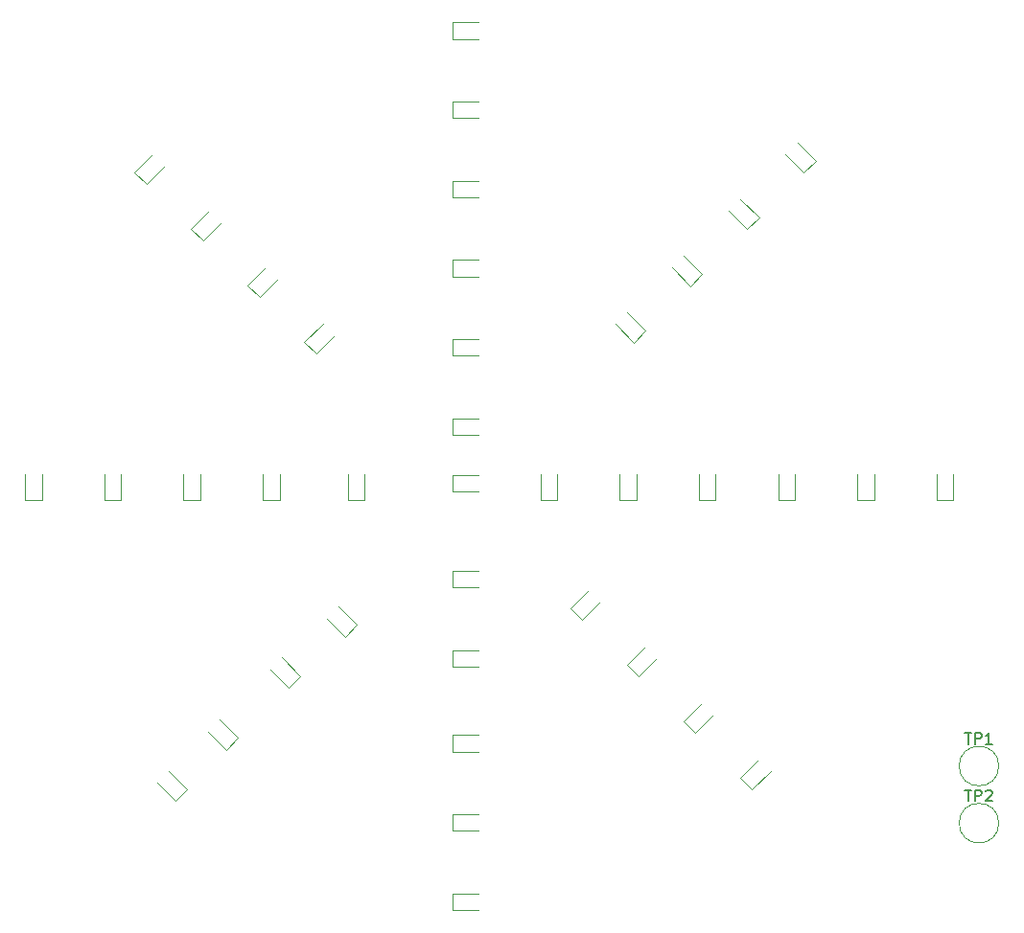
<source format=gto>
G04 #@! TF.GenerationSoftware,KiCad,Pcbnew,9.0.2-9.0.2-0~ubuntu24.04.1*
G04 #@! TF.CreationDate,2025-06-21T09:29:29-07:00*
G04 #@! TF.ProjectId,2025-flex-spiral,32303235-2d66-46c6-9578-2d7370697261,rev?*
G04 #@! TF.SameCoordinates,Original*
G04 #@! TF.FileFunction,Legend,Top*
G04 #@! TF.FilePolarity,Positive*
%FSLAX46Y46*%
G04 Gerber Fmt 4.6, Leading zero omitted, Abs format (unit mm)*
G04 Created by KiCad (PCBNEW 9.0.2-9.0.2-0~ubuntu24.04.1) date 2025-06-21 09:29:29*
%MOMM*%
%LPD*%
G01*
G04 APERTURE LIST*
%ADD10C,0.150000*%
%ADD11C,0.120000*%
G04 APERTURE END LIST*
D10*
X143738095Y-127106819D02*
X144309523Y-127106819D01*
X144023809Y-128106819D02*
X144023809Y-127106819D01*
X144642857Y-128106819D02*
X144642857Y-127106819D01*
X144642857Y-127106819D02*
X145023809Y-127106819D01*
X145023809Y-127106819D02*
X145119047Y-127154438D01*
X145119047Y-127154438D02*
X145166666Y-127202057D01*
X145166666Y-127202057D02*
X145214285Y-127297295D01*
X145214285Y-127297295D02*
X145214285Y-127440152D01*
X145214285Y-127440152D02*
X145166666Y-127535390D01*
X145166666Y-127535390D02*
X145119047Y-127583009D01*
X145119047Y-127583009D02*
X145023809Y-127630628D01*
X145023809Y-127630628D02*
X144642857Y-127630628D01*
X145595238Y-127202057D02*
X145642857Y-127154438D01*
X145642857Y-127154438D02*
X145738095Y-127106819D01*
X145738095Y-127106819D02*
X145976190Y-127106819D01*
X145976190Y-127106819D02*
X146071428Y-127154438D01*
X146071428Y-127154438D02*
X146119047Y-127202057D01*
X146119047Y-127202057D02*
X146166666Y-127297295D01*
X146166666Y-127297295D02*
X146166666Y-127392533D01*
X146166666Y-127392533D02*
X146119047Y-127535390D01*
X146119047Y-127535390D02*
X145547619Y-128106819D01*
X145547619Y-128106819D02*
X146166666Y-128106819D01*
X143738095Y-122056819D02*
X144309523Y-122056819D01*
X144023809Y-123056819D02*
X144023809Y-122056819D01*
X144642857Y-123056819D02*
X144642857Y-122056819D01*
X144642857Y-122056819D02*
X145023809Y-122056819D01*
X145023809Y-122056819D02*
X145119047Y-122104438D01*
X145119047Y-122104438D02*
X145166666Y-122152057D01*
X145166666Y-122152057D02*
X145214285Y-122247295D01*
X145214285Y-122247295D02*
X145214285Y-122390152D01*
X145214285Y-122390152D02*
X145166666Y-122485390D01*
X145166666Y-122485390D02*
X145119047Y-122533009D01*
X145119047Y-122533009D02*
X145023809Y-122580628D01*
X145023809Y-122580628D02*
X144642857Y-122580628D01*
X146166666Y-123056819D02*
X145595238Y-123056819D01*
X145880952Y-123056819D02*
X145880952Y-122056819D01*
X145880952Y-122056819D02*
X145785714Y-122199676D01*
X145785714Y-122199676D02*
X145690476Y-122294914D01*
X145690476Y-122294914D02*
X145595238Y-122342533D01*
D11*
G04 #@! TO.C,D17*
X98515000Y-122265000D02*
X98515000Y-123735000D01*
X98515000Y-123735000D02*
X100800000Y-123735000D01*
X100800000Y-122265000D02*
X98515000Y-122265000D01*
G04 #@! TO.C,D20*
X80430223Y-82530330D02*
X81469670Y-83569777D01*
X81469670Y-83569777D02*
X83085409Y-81954038D01*
X82045962Y-80914591D02*
X80430223Y-82530330D01*
G04 #@! TO.C,TP2*
X146750000Y-130050000D02*
G75*
G02*
X143250000Y-130050000I-1750000J0D01*
G01*
X143250000Y-130050000D02*
G75*
G02*
X146750000Y-130050000I1750000J0D01*
G01*
G04 #@! TO.C,D33*
X98515000Y-136265000D02*
X98515000Y-137735000D01*
X98515000Y-137735000D02*
X100800000Y-137735000D01*
X100800000Y-136265000D02*
X98515000Y-136265000D01*
G04 #@! TO.C,D9*
X98515000Y-114765000D02*
X98515000Y-116235000D01*
X98515000Y-116235000D02*
X100800000Y-116235000D01*
X100800000Y-114765000D02*
X98515000Y-114765000D01*
G04 #@! TO.C,D34*
X72414591Y-126454038D02*
X74030330Y-128069777D01*
X74030330Y-128069777D02*
X75069777Y-127030330D01*
X75069777Y-127030330D02*
X73454038Y-125414591D01*
G04 #@! TO.C,D4*
X98515000Y-107765000D02*
X98515000Y-109235000D01*
X98515000Y-109235000D02*
X100800000Y-109235000D01*
X100800000Y-107765000D02*
X98515000Y-107765000D01*
G04 #@! TO.C,D27*
X67765000Y-99200000D02*
X67765000Y-101485000D01*
X67765000Y-101485000D02*
X69235000Y-101485000D01*
X69235000Y-101485000D02*
X69235000Y-99200000D01*
G04 #@! TO.C,D28*
X75430223Y-77530330D02*
X76469670Y-78569777D01*
X76469670Y-78569777D02*
X78085409Y-76954038D01*
X77045962Y-75914591D02*
X75430223Y-77530330D01*
G04 #@! TO.C,D24*
X118930223Y-121030330D02*
X119969670Y-122069777D01*
X119969670Y-122069777D02*
X121585409Y-120454038D01*
X120545962Y-119414591D02*
X118930223Y-121030330D01*
G04 #@! TO.C,D31*
X134265000Y-99200000D02*
X134265000Y-101485000D01*
X134265000Y-101485000D02*
X135735000Y-101485000D01*
X135735000Y-101485000D02*
X135735000Y-99200000D01*
G04 #@! TO.C,D13*
X98515000Y-80265000D02*
X98515000Y-81735000D01*
X98515000Y-81735000D02*
X100800000Y-81735000D01*
X100800000Y-80265000D02*
X98515000Y-80265000D01*
G04 #@! TO.C,D21*
X98515000Y-73265000D02*
X98515000Y-74735000D01*
X98515000Y-74735000D02*
X100800000Y-74735000D01*
X100800000Y-73265000D02*
X98515000Y-73265000D01*
G04 #@! TO.C,D15*
X120265000Y-99200000D02*
X120265000Y-101485000D01*
X120265000Y-101485000D02*
X121735000Y-101485000D01*
X121735000Y-101485000D02*
X121735000Y-99200000D01*
G04 #@! TO.C,D16*
X113930223Y-116030330D02*
X114969670Y-117069777D01*
X114969670Y-117069777D02*
X116585409Y-115454038D01*
X115545962Y-114414591D02*
X113930223Y-116030330D01*
G04 #@! TO.C,D35*
X60765000Y-99200000D02*
X60765000Y-101485000D01*
X60765000Y-101485000D02*
X62235000Y-101485000D01*
X62235000Y-101485000D02*
X62235000Y-99200000D01*
G04 #@! TO.C,D37*
X98515000Y-59265000D02*
X98515000Y-60735000D01*
X98515000Y-60735000D02*
X100800000Y-60735000D01*
X100800000Y-59265000D02*
X98515000Y-59265000D01*
G04 #@! TO.C,D11*
X81765000Y-99200000D02*
X81765000Y-101485000D01*
X81765000Y-101485000D02*
X83235000Y-101485000D01*
X83235000Y-101485000D02*
X83235000Y-99200000D01*
G04 #@! TO.C,D10*
X87414591Y-111954038D02*
X89030330Y-113569777D01*
X89030330Y-113569777D02*
X90069777Y-112530330D01*
X90069777Y-112530330D02*
X88454038Y-110914591D01*
G04 #@! TO.C,D3*
X106265000Y-99200000D02*
X106265000Y-101485000D01*
X106265000Y-101485000D02*
X107735000Y-101485000D01*
X107735000Y-101485000D02*
X107735000Y-99200000D01*
G04 #@! TO.C,D2*
X98515000Y-94265000D02*
X98515000Y-95735000D01*
X98515000Y-95735000D02*
X100800000Y-95735000D01*
X100800000Y-94265000D02*
X98515000Y-94265000D01*
G04 #@! TO.C,D36*
X70430223Y-72530330D02*
X71469670Y-73569777D01*
X71469670Y-73569777D02*
X73085409Y-71954038D01*
X72045962Y-70914591D02*
X70430223Y-72530330D01*
G04 #@! TO.C,D5*
X89265000Y-99200000D02*
X89265000Y-101485000D01*
X89265000Y-101485000D02*
X90735000Y-101485000D01*
X90735000Y-101485000D02*
X90735000Y-99200000D01*
G04 #@! TO.C,D6*
X98515000Y-87265000D02*
X98515000Y-88735000D01*
X98515000Y-88735000D02*
X100800000Y-88735000D01*
X100800000Y-87265000D02*
X98515000Y-87265000D01*
G04 #@! TO.C,D29*
X98515000Y-66265000D02*
X98515000Y-67735000D01*
X98515000Y-67735000D02*
X100800000Y-67735000D01*
X100800000Y-66265000D02*
X98515000Y-66265000D01*
G04 #@! TO.C,D26*
X76914591Y-121954038D02*
X78530330Y-123569777D01*
X78530330Y-123569777D02*
X79569777Y-122530330D01*
X79569777Y-122530330D02*
X77954038Y-120914591D01*
G04 #@! TO.C,D1*
X98515000Y-99265000D02*
X98515000Y-100735000D01*
X98515000Y-100735000D02*
X100800000Y-100735000D01*
X100800000Y-99265000D02*
X98515000Y-99265000D01*
G04 #@! TO.C,D12*
X85430223Y-87530330D02*
X86469670Y-88569777D01*
X86469670Y-88569777D02*
X88085409Y-86954038D01*
X87045962Y-85914591D02*
X85430223Y-87530330D01*
G04 #@! TO.C,D39*
X141265000Y-99200000D02*
X141265000Y-101485000D01*
X141265000Y-101485000D02*
X142735000Y-101485000D01*
X142735000Y-101485000D02*
X142735000Y-99200000D01*
G04 #@! TO.C,TP1*
X146750000Y-125000000D02*
G75*
G02*
X143250000Y-125000000I-1750000J0D01*
G01*
X143250000Y-125000000D02*
G75*
G02*
X146750000Y-125000000I1750000J0D01*
G01*
G04 #@! TO.C,D38*
X127914591Y-70954038D02*
X129530330Y-72569777D01*
X129530330Y-72569777D02*
X130569777Y-71530330D01*
X130569777Y-71530330D02*
X128954038Y-69914591D01*
G04 #@! TO.C,D18*
X82414591Y-116454038D02*
X84030330Y-118069777D01*
X84030330Y-118069777D02*
X85069777Y-117030330D01*
X85069777Y-117030330D02*
X83454038Y-115414591D01*
G04 #@! TO.C,D19*
X74765000Y-99200000D02*
X74765000Y-101485000D01*
X74765000Y-101485000D02*
X76235000Y-101485000D01*
X76235000Y-101485000D02*
X76235000Y-99200000D01*
G04 #@! TO.C,D30*
X122914591Y-75954038D02*
X124530330Y-77569777D01*
X124530330Y-77569777D02*
X125569777Y-76530330D01*
X125569777Y-76530330D02*
X123954038Y-74914591D01*
G04 #@! TO.C,D8*
X108930223Y-111030330D02*
X109969670Y-112069777D01*
X109969670Y-112069777D02*
X111585409Y-110454038D01*
X110545962Y-109414591D02*
X108930223Y-111030330D01*
G04 #@! TO.C,D32*
X123930223Y-126030330D02*
X124969670Y-127069777D01*
X124969670Y-127069777D02*
X126585409Y-125454038D01*
X125545962Y-124414591D02*
X123930223Y-126030330D01*
G04 #@! TO.C,D14*
X112914591Y-85954038D02*
X114530330Y-87569777D01*
X114530330Y-87569777D02*
X115569777Y-86530330D01*
X115569777Y-86530330D02*
X113954038Y-84914591D01*
G04 #@! TO.C,D23*
X127265000Y-99200000D02*
X127265000Y-101485000D01*
X127265000Y-101485000D02*
X128735000Y-101485000D01*
X128735000Y-101485000D02*
X128735000Y-99200000D01*
G04 #@! TO.C,D25*
X98515000Y-129265000D02*
X98515000Y-130735000D01*
X98515000Y-130735000D02*
X100800000Y-130735000D01*
X100800000Y-129265000D02*
X98515000Y-129265000D01*
G04 #@! TO.C,D7*
X113265000Y-99200000D02*
X113265000Y-101485000D01*
X113265000Y-101485000D02*
X114735000Y-101485000D01*
X114735000Y-101485000D02*
X114735000Y-99200000D01*
G04 #@! TO.C,D22*
X117914591Y-80954038D02*
X119530330Y-82569777D01*
X119530330Y-82569777D02*
X120569777Y-81530330D01*
X120569777Y-81530330D02*
X118954038Y-79914591D01*
G04 #@! TD*
M02*

</source>
